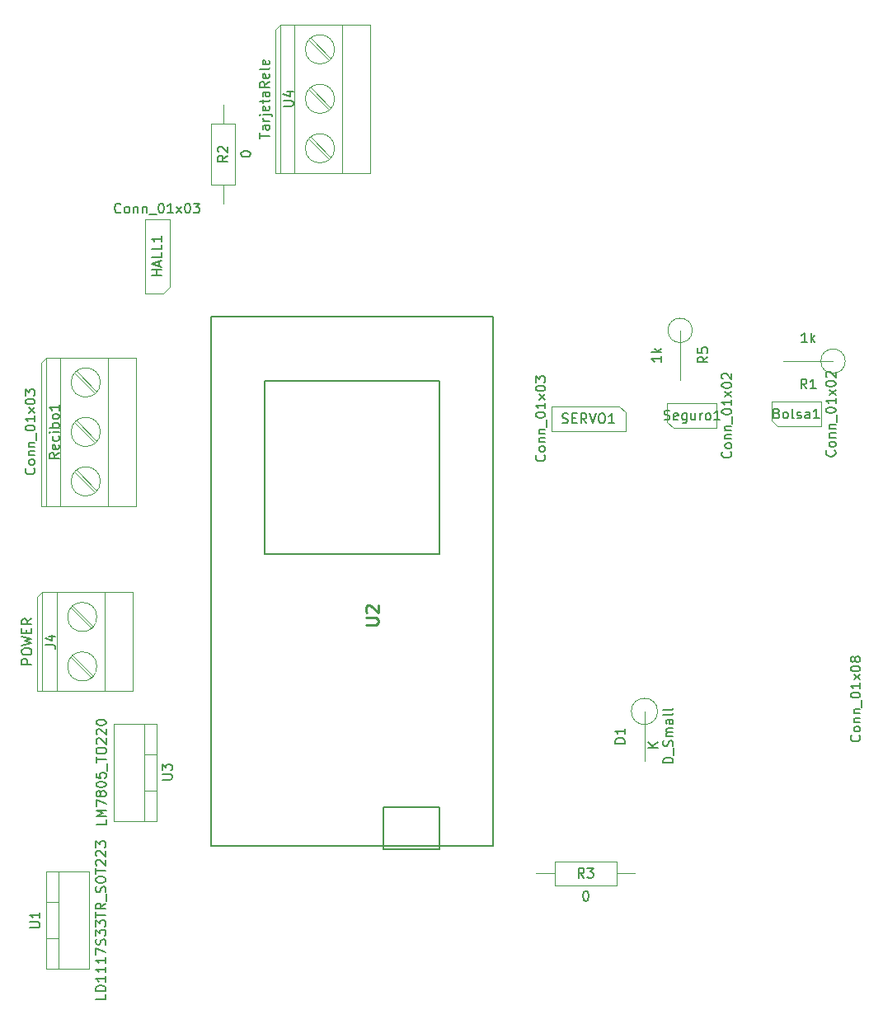
<source format=gbr>
%TF.GenerationSoftware,KiCad,Pcbnew,(5.1.12)-1*%
%TF.CreationDate,2023-11-22T13:00:46-05:00*%
%TF.ProjectId,Logiplant,4c6f6769-706c-4616-9e74-2e6b69636164,rev?*%
%TF.SameCoordinates,Original*%
%TF.FileFunction,AssemblyDrawing,Top*%
%FSLAX46Y46*%
G04 Gerber Fmt 4.6, Leading zero omitted, Abs format (unit mm)*
G04 Created by KiCad (PCBNEW (5.1.12)-1) date 2023-11-22 13:00:46*
%MOMM*%
%LPD*%
G01*
G04 APERTURE LIST*
%ADD10C,0.100000*%
%ADD11C,0.200000*%
%ADD12C,0.150000*%
%ADD13C,0.254000*%
G04 APERTURE END LIST*
D10*
%TO.C,U4*%
X-100560000Y-95160000D02*
G75*
G03*
X-100560000Y-95160000I-1500000J0D01*
G01*
X-100560000Y-100240000D02*
G75*
G03*
X-100560000Y-100240000I-1500000J0D01*
G01*
X-100560000Y-105320000D02*
G75*
G03*
X-100560000Y-105320000I-1500000J0D01*
G01*
X-96860000Y-92620000D02*
X-96860000Y-107860000D01*
X-96860000Y-107860000D02*
X-106660000Y-107860000D01*
X-106660000Y-107860000D02*
X-106660000Y-93120000D01*
X-106660000Y-93120000D02*
X-106160000Y-92620000D01*
X-106160000Y-92620000D02*
X-96860000Y-92620000D01*
X-106160000Y-92620000D02*
X-106160000Y-107860000D01*
X-104660000Y-92620000D02*
X-104660000Y-107860000D01*
X-99760000Y-92620000D02*
X-99760000Y-107860000D01*
X-101105000Y-96298000D02*
X-103198000Y-94205000D01*
X-100922000Y-96115000D02*
X-103015000Y-94022000D01*
X-101105000Y-101378000D02*
X-103198000Y-99286000D01*
X-100922000Y-101195000D02*
X-103015000Y-99103000D01*
X-101105000Y-106458000D02*
X-103198000Y-104366000D01*
X-100922000Y-106275000D02*
X-103015000Y-104183000D01*
%TO.C,R3*%
X-77920000Y-178540000D02*
X-77920000Y-181040000D01*
X-77920000Y-181040000D02*
X-71620000Y-181040000D01*
X-71620000Y-181040000D02*
X-71620000Y-178540000D01*
X-71620000Y-178540000D02*
X-77920000Y-178540000D01*
X-79850000Y-179790000D02*
X-77920000Y-179790000D01*
X-69690000Y-179790000D02*
X-71620000Y-179790000D01*
%TO.C,R2*%
X-113250000Y-109060000D02*
X-110750000Y-109060000D01*
X-110750000Y-109060000D02*
X-110750000Y-102760000D01*
X-110750000Y-102760000D02*
X-113250000Y-102760000D01*
X-113250000Y-102760000D02*
X-113250000Y-109060000D01*
X-112000000Y-110990000D02*
X-112000000Y-109060000D01*
X-112000000Y-100830000D02*
X-112000000Y-102760000D01*
%TO.C,Recibo1*%
X-124610000Y-129370000D02*
G75*
G03*
X-124610000Y-129370000I-1500000J0D01*
G01*
X-124610000Y-134450000D02*
G75*
G03*
X-124610000Y-134450000I-1500000J0D01*
G01*
X-124610000Y-139530000D02*
G75*
G03*
X-124610000Y-139530000I-1500000J0D01*
G01*
X-120910000Y-126830000D02*
X-120910000Y-142070000D01*
X-120910000Y-142070000D02*
X-130710000Y-142070000D01*
X-130710000Y-142070000D02*
X-130710000Y-127330000D01*
X-130710000Y-127330000D02*
X-130210000Y-126830000D01*
X-130210000Y-126830000D02*
X-120910000Y-126830000D01*
X-130210000Y-126830000D02*
X-130210000Y-142070000D01*
X-128710000Y-126830000D02*
X-128710000Y-142070000D01*
X-123810000Y-126830000D02*
X-123810000Y-142070000D01*
X-125155000Y-130508000D02*
X-127248000Y-128415000D01*
X-124972000Y-130325000D02*
X-127065000Y-128232000D01*
X-125155000Y-135588000D02*
X-127248000Y-133496000D01*
X-124972000Y-135405000D02*
X-127065000Y-133313000D01*
X-125155000Y-140668000D02*
X-127248000Y-138576000D01*
X-124972000Y-140485000D02*
X-127065000Y-138393000D01*
%TO.C,U3*%
X-118830000Y-164400000D02*
X-123230000Y-164400000D01*
X-123230000Y-164400000D02*
X-123230000Y-174400000D01*
X-123230000Y-174400000D02*
X-118830000Y-174400000D01*
X-118830000Y-174400000D02*
X-118830000Y-164400000D01*
X-120100000Y-164400000D02*
X-120100000Y-174400000D01*
X-118830000Y-167550000D02*
X-120100000Y-167550000D01*
X-118830000Y-171250000D02*
X-120100000Y-171250000D01*
%TO.C,U1*%
X-130170000Y-189600000D02*
X-125770000Y-189600000D01*
X-125770000Y-189600000D02*
X-125770000Y-179600000D01*
X-125770000Y-179600000D02*
X-130170000Y-179600000D01*
X-130170000Y-179600000D02*
X-130170000Y-189600000D01*
X-128900000Y-189600000D02*
X-128900000Y-179600000D01*
X-130170000Y-186450000D02*
X-128900000Y-186450000D01*
X-130170000Y-182750000D02*
X-128900000Y-182750000D01*
%TO.C,R5*%
X-63820000Y-124020000D02*
G75*
G03*
X-63820000Y-124020000I-1250000J0D01*
G01*
X-65070000Y-124020000D02*
X-65070000Y-129100000D01*
%TO.C,R1*%
X-48120000Y-127180000D02*
G75*
G03*
X-48120000Y-127180000I-1250000J0D01*
G01*
X-49370000Y-127180000D02*
X-54450000Y-127180000D01*
D11*
%TO.C,U2*%
X-95561000Y-177280000D02*
X-89755000Y-177280000D01*
X-89755000Y-172958000D02*
X-89755000Y-177280000D01*
X-95561000Y-172958000D02*
X-89755000Y-172958000D01*
X-95561000Y-177280000D02*
X-95561000Y-172958000D01*
X-89760000Y-129180000D02*
X-107760000Y-129180000D01*
X-89760000Y-146960000D02*
X-89760000Y-129180000D01*
X-107760000Y-146960000D02*
X-89760000Y-146960000D01*
X-107760000Y-129180000D02*
X-107760000Y-146960000D01*
X-84260000Y-176970000D02*
X-113260000Y-176970000D01*
X-84260000Y-122580000D02*
X-84260000Y-176970000D01*
X-113260000Y-122580000D02*
X-84260000Y-122580000D01*
X-113260000Y-176970000D02*
X-113260000Y-122580000D01*
D10*
%TO.C,SERVO1*%
X-71315000Y-131830000D02*
X-70680000Y-132465000D01*
X-78300000Y-131830000D02*
X-71315000Y-131830000D01*
X-78300000Y-134370000D02*
X-78300000Y-131830000D01*
X-70680000Y-134370000D02*
X-78300000Y-134370000D01*
X-70680000Y-132465000D02*
X-70680000Y-134370000D01*
%TO.C,Seguro1*%
X-65745000Y-134040000D02*
X-66380000Y-133405000D01*
X-61300000Y-134040000D02*
X-65745000Y-134040000D01*
X-61300000Y-131500000D02*
X-61300000Y-134040000D01*
X-66380000Y-131500000D02*
X-61300000Y-131500000D01*
X-66380000Y-133405000D02*
X-66380000Y-131500000D01*
%TO.C,HALL1*%
X-117510000Y-119565000D02*
X-118145000Y-120200000D01*
X-117510000Y-112580000D02*
X-117510000Y-119565000D01*
X-120050000Y-112580000D02*
X-117510000Y-112580000D01*
X-120050000Y-120200000D02*
X-120050000Y-112580000D01*
X-118145000Y-120200000D02*
X-120050000Y-120200000D01*
%TO.C,Bolsa1*%
X-55055000Y-133880000D02*
X-55690000Y-133245000D01*
X-50610000Y-133880000D02*
X-55055000Y-133880000D01*
X-50610000Y-131340000D02*
X-50610000Y-133880000D01*
X-55690000Y-131340000D02*
X-50610000Y-131340000D01*
X-55690000Y-133245000D02*
X-55690000Y-131340000D01*
%TO.C,J4*%
X-125332000Y-159485000D02*
X-127425000Y-157393000D01*
X-125515000Y-159668000D02*
X-127608000Y-157576000D01*
X-125332000Y-154405000D02*
X-127425000Y-152312000D01*
X-125515000Y-154588000D02*
X-127608000Y-152495000D01*
X-124170000Y-150910000D02*
X-124170000Y-161070000D01*
X-129070000Y-150910000D02*
X-129070000Y-161070000D01*
X-130570000Y-150910000D02*
X-130570000Y-161070000D01*
X-130570000Y-150910000D02*
X-121270000Y-150910000D01*
X-131070000Y-151410000D02*
X-130570000Y-150910000D01*
X-131070000Y-161070000D02*
X-131070000Y-151410000D01*
X-121270000Y-161070000D02*
X-131070000Y-161070000D01*
X-121270000Y-150910000D02*
X-121270000Y-161070000D01*
X-124970000Y-158530000D02*
G75*
G03*
X-124970000Y-158530000I-1500000J0D01*
G01*
X-124970000Y-153450000D02*
G75*
G03*
X-124970000Y-153450000I-1500000J0D01*
G01*
%TO.C,D1*%
X-68730000Y-168230000D02*
X-68730000Y-163150000D01*
X-67380000Y-163150000D02*
G75*
G03*
X-67380000Y-163150000I-1350000J0D01*
G01*
%TD*%
%TO.C,U4*%
D12*
X-108267619Y-104311428D02*
X-108267619Y-103740000D01*
X-107267619Y-104025714D02*
X-108267619Y-104025714D01*
X-107267619Y-102978095D02*
X-107791428Y-102978095D01*
X-107886666Y-103025714D01*
X-107934285Y-103120952D01*
X-107934285Y-103311428D01*
X-107886666Y-103406666D01*
X-107315238Y-102978095D02*
X-107267619Y-103073333D01*
X-107267619Y-103311428D01*
X-107315238Y-103406666D01*
X-107410476Y-103454285D01*
X-107505714Y-103454285D01*
X-107600952Y-103406666D01*
X-107648571Y-103311428D01*
X-107648571Y-103073333D01*
X-107696190Y-102978095D01*
X-107267619Y-102501904D02*
X-107934285Y-102501904D01*
X-107743809Y-102501904D02*
X-107839047Y-102454285D01*
X-107886666Y-102406666D01*
X-107934285Y-102311428D01*
X-107934285Y-102216190D01*
X-107934285Y-101882857D02*
X-107077142Y-101882857D01*
X-106981904Y-101930476D01*
X-106934285Y-102025714D01*
X-106934285Y-102073333D01*
X-108267619Y-101882857D02*
X-108220000Y-101930476D01*
X-108172380Y-101882857D01*
X-108220000Y-101835238D01*
X-108267619Y-101882857D01*
X-108172380Y-101882857D01*
X-107315238Y-101025714D02*
X-107267619Y-101120952D01*
X-107267619Y-101311428D01*
X-107315238Y-101406666D01*
X-107410476Y-101454285D01*
X-107791428Y-101454285D01*
X-107886666Y-101406666D01*
X-107934285Y-101311428D01*
X-107934285Y-101120952D01*
X-107886666Y-101025714D01*
X-107791428Y-100978095D01*
X-107696190Y-100978095D01*
X-107600952Y-101454285D01*
X-107934285Y-100692380D02*
X-107934285Y-100311428D01*
X-108267619Y-100549523D02*
X-107410476Y-100549523D01*
X-107315238Y-100501904D01*
X-107267619Y-100406666D01*
X-107267619Y-100311428D01*
X-107267619Y-99549523D02*
X-107791428Y-99549523D01*
X-107886666Y-99597142D01*
X-107934285Y-99692380D01*
X-107934285Y-99882857D01*
X-107886666Y-99978095D01*
X-107315238Y-99549523D02*
X-107267619Y-99644761D01*
X-107267619Y-99882857D01*
X-107315238Y-99978095D01*
X-107410476Y-100025714D01*
X-107505714Y-100025714D01*
X-107600952Y-99978095D01*
X-107648571Y-99882857D01*
X-107648571Y-99644761D01*
X-107696190Y-99549523D01*
X-107267619Y-98501904D02*
X-107743809Y-98835238D01*
X-107267619Y-99073333D02*
X-108267619Y-99073333D01*
X-108267619Y-98692380D01*
X-108220000Y-98597142D01*
X-108172380Y-98549523D01*
X-108077142Y-98501904D01*
X-107934285Y-98501904D01*
X-107839047Y-98549523D01*
X-107791428Y-98597142D01*
X-107743809Y-98692380D01*
X-107743809Y-99073333D01*
X-107315238Y-97692380D02*
X-107267619Y-97787619D01*
X-107267619Y-97978095D01*
X-107315238Y-98073333D01*
X-107410476Y-98120952D01*
X-107791428Y-98120952D01*
X-107886666Y-98073333D01*
X-107934285Y-97978095D01*
X-107934285Y-97787619D01*
X-107886666Y-97692380D01*
X-107791428Y-97644761D01*
X-107696190Y-97644761D01*
X-107600952Y-98120952D01*
X-107267619Y-97073333D02*
X-107315238Y-97168571D01*
X-107410476Y-97216190D01*
X-108267619Y-97216190D01*
X-107315238Y-96311428D02*
X-107267619Y-96406666D01*
X-107267619Y-96597142D01*
X-107315238Y-96692380D01*
X-107410476Y-96740000D01*
X-107791428Y-96740000D01*
X-107886666Y-96692380D01*
X-107934285Y-96597142D01*
X-107934285Y-96406666D01*
X-107886666Y-96311428D01*
X-107791428Y-96263809D01*
X-107696190Y-96263809D01*
X-107600952Y-96740000D01*
X-105807619Y-101001904D02*
X-104998095Y-101001904D01*
X-104902857Y-100954285D01*
X-104855238Y-100906666D01*
X-104807619Y-100811428D01*
X-104807619Y-100620952D01*
X-104855238Y-100525714D01*
X-104902857Y-100478095D01*
X-104998095Y-100430476D01*
X-105807619Y-100430476D01*
X-105474285Y-99525714D02*
X-104807619Y-99525714D01*
X-105855238Y-99763809D02*
X-105140952Y-100001904D01*
X-105140952Y-99382857D01*
%TO.C,R3*%
X-74817619Y-181612380D02*
X-74722380Y-181612380D01*
X-74627142Y-181660000D01*
X-74579523Y-181707619D01*
X-74531904Y-181802857D01*
X-74484285Y-181993333D01*
X-74484285Y-182231428D01*
X-74531904Y-182421904D01*
X-74579523Y-182517142D01*
X-74627142Y-182564761D01*
X-74722380Y-182612380D01*
X-74817619Y-182612380D01*
X-74912857Y-182564761D01*
X-74960476Y-182517142D01*
X-75008095Y-182421904D01*
X-75055714Y-182231428D01*
X-75055714Y-181993333D01*
X-75008095Y-181802857D01*
X-74960476Y-181707619D01*
X-74912857Y-181660000D01*
X-74817619Y-181612380D01*
X-74936666Y-180242380D02*
X-75270000Y-179766190D01*
X-75508095Y-180242380D02*
X-75508095Y-179242380D01*
X-75127142Y-179242380D01*
X-75031904Y-179290000D01*
X-74984285Y-179337619D01*
X-74936666Y-179432857D01*
X-74936666Y-179575714D01*
X-74984285Y-179670952D01*
X-75031904Y-179718571D01*
X-75127142Y-179766190D01*
X-75508095Y-179766190D01*
X-74603333Y-179242380D02*
X-73984285Y-179242380D01*
X-74317619Y-179623333D01*
X-74174761Y-179623333D01*
X-74079523Y-179670952D01*
X-74031904Y-179718571D01*
X-73984285Y-179813809D01*
X-73984285Y-180051904D01*
X-74031904Y-180147142D01*
X-74079523Y-180194761D01*
X-74174761Y-180242380D01*
X-74460476Y-180242380D01*
X-74555714Y-180194761D01*
X-74603333Y-180147142D01*
%TO.C,R2*%
X-110177619Y-105957619D02*
X-110177619Y-105862380D01*
X-110130000Y-105767142D01*
X-110082380Y-105719523D01*
X-109987142Y-105671904D01*
X-109796666Y-105624285D01*
X-109558571Y-105624285D01*
X-109368095Y-105671904D01*
X-109272857Y-105719523D01*
X-109225238Y-105767142D01*
X-109177619Y-105862380D01*
X-109177619Y-105957619D01*
X-109225238Y-106052857D01*
X-109272857Y-106100476D01*
X-109368095Y-106148095D01*
X-109558571Y-106195714D01*
X-109796666Y-106195714D01*
X-109987142Y-106148095D01*
X-110082380Y-106100476D01*
X-110130000Y-106052857D01*
X-110177619Y-105957619D01*
X-111547619Y-106076666D02*
X-112023809Y-106410000D01*
X-111547619Y-106648095D02*
X-112547619Y-106648095D01*
X-112547619Y-106267142D01*
X-112500000Y-106171904D01*
X-112452380Y-106124285D01*
X-112357142Y-106076666D01*
X-112214285Y-106076666D01*
X-112119047Y-106124285D01*
X-112071428Y-106171904D01*
X-112023809Y-106267142D01*
X-112023809Y-106648095D01*
X-112452380Y-105695714D02*
X-112500000Y-105648095D01*
X-112547619Y-105552857D01*
X-112547619Y-105314761D01*
X-112500000Y-105219523D01*
X-112452380Y-105171904D01*
X-112357142Y-105124285D01*
X-112261904Y-105124285D01*
X-112119047Y-105171904D01*
X-111547619Y-105743333D01*
X-111547619Y-105124285D01*
%TO.C,Recibo1*%
X-131412857Y-138188095D02*
X-131365238Y-138235714D01*
X-131317619Y-138378571D01*
X-131317619Y-138473809D01*
X-131365238Y-138616666D01*
X-131460476Y-138711904D01*
X-131555714Y-138759523D01*
X-131746190Y-138807142D01*
X-131889047Y-138807142D01*
X-132079523Y-138759523D01*
X-132174761Y-138711904D01*
X-132270000Y-138616666D01*
X-132317619Y-138473809D01*
X-132317619Y-138378571D01*
X-132270000Y-138235714D01*
X-132222380Y-138188095D01*
X-131317619Y-137616666D02*
X-131365238Y-137711904D01*
X-131412857Y-137759523D01*
X-131508095Y-137807142D01*
X-131793809Y-137807142D01*
X-131889047Y-137759523D01*
X-131936666Y-137711904D01*
X-131984285Y-137616666D01*
X-131984285Y-137473809D01*
X-131936666Y-137378571D01*
X-131889047Y-137330952D01*
X-131793809Y-137283333D01*
X-131508095Y-137283333D01*
X-131412857Y-137330952D01*
X-131365238Y-137378571D01*
X-131317619Y-137473809D01*
X-131317619Y-137616666D01*
X-131984285Y-136854761D02*
X-131317619Y-136854761D01*
X-131889047Y-136854761D02*
X-131936666Y-136807142D01*
X-131984285Y-136711904D01*
X-131984285Y-136569047D01*
X-131936666Y-136473809D01*
X-131841428Y-136426190D01*
X-131317619Y-136426190D01*
X-131984285Y-135950000D02*
X-131317619Y-135950000D01*
X-131889047Y-135950000D02*
X-131936666Y-135902380D01*
X-131984285Y-135807142D01*
X-131984285Y-135664285D01*
X-131936666Y-135569047D01*
X-131841428Y-135521428D01*
X-131317619Y-135521428D01*
X-131222380Y-135283333D02*
X-131222380Y-134521428D01*
X-132317619Y-134092857D02*
X-132317619Y-133997619D01*
X-132270000Y-133902380D01*
X-132222380Y-133854761D01*
X-132127142Y-133807142D01*
X-131936666Y-133759523D01*
X-131698571Y-133759523D01*
X-131508095Y-133807142D01*
X-131412857Y-133854761D01*
X-131365238Y-133902380D01*
X-131317619Y-133997619D01*
X-131317619Y-134092857D01*
X-131365238Y-134188095D01*
X-131412857Y-134235714D01*
X-131508095Y-134283333D01*
X-131698571Y-134330952D01*
X-131936666Y-134330952D01*
X-132127142Y-134283333D01*
X-132222380Y-134235714D01*
X-132270000Y-134188095D01*
X-132317619Y-134092857D01*
X-131317619Y-132807142D02*
X-131317619Y-133378571D01*
X-131317619Y-133092857D02*
X-132317619Y-133092857D01*
X-132174761Y-133188095D01*
X-132079523Y-133283333D01*
X-132031904Y-133378571D01*
X-131317619Y-132473809D02*
X-131984285Y-131950000D01*
X-131984285Y-132473809D02*
X-131317619Y-131950000D01*
X-132317619Y-131378571D02*
X-132317619Y-131283333D01*
X-132270000Y-131188095D01*
X-132222380Y-131140476D01*
X-132127142Y-131092857D01*
X-131936666Y-131045238D01*
X-131698571Y-131045238D01*
X-131508095Y-131092857D01*
X-131412857Y-131140476D01*
X-131365238Y-131188095D01*
X-131317619Y-131283333D01*
X-131317619Y-131378571D01*
X-131365238Y-131473809D01*
X-131412857Y-131521428D01*
X-131508095Y-131569047D01*
X-131698571Y-131616666D01*
X-131936666Y-131616666D01*
X-132127142Y-131569047D01*
X-132222380Y-131521428D01*
X-132270000Y-131473809D01*
X-132317619Y-131378571D01*
X-132317619Y-130711904D02*
X-132317619Y-130092857D01*
X-131936666Y-130426190D01*
X-131936666Y-130283333D01*
X-131889047Y-130188095D01*
X-131841428Y-130140476D01*
X-131746190Y-130092857D01*
X-131508095Y-130092857D01*
X-131412857Y-130140476D01*
X-131365238Y-130188095D01*
X-131317619Y-130283333D01*
X-131317619Y-130569047D01*
X-131365238Y-130664285D01*
X-131412857Y-130711904D01*
X-128857619Y-136616666D02*
X-129333809Y-136950000D01*
X-128857619Y-137188095D02*
X-129857619Y-137188095D01*
X-129857619Y-136807142D01*
X-129810000Y-136711904D01*
X-129762380Y-136664285D01*
X-129667142Y-136616666D01*
X-129524285Y-136616666D01*
X-129429047Y-136664285D01*
X-129381428Y-136711904D01*
X-129333809Y-136807142D01*
X-129333809Y-137188095D01*
X-128905238Y-135807142D02*
X-128857619Y-135902380D01*
X-128857619Y-136092857D01*
X-128905238Y-136188095D01*
X-129000476Y-136235714D01*
X-129381428Y-136235714D01*
X-129476666Y-136188095D01*
X-129524285Y-136092857D01*
X-129524285Y-135902380D01*
X-129476666Y-135807142D01*
X-129381428Y-135759523D01*
X-129286190Y-135759523D01*
X-129190952Y-136235714D01*
X-128905238Y-134902380D02*
X-128857619Y-134997619D01*
X-128857619Y-135188095D01*
X-128905238Y-135283333D01*
X-128952857Y-135330952D01*
X-129048095Y-135378571D01*
X-129333809Y-135378571D01*
X-129429047Y-135330952D01*
X-129476666Y-135283333D01*
X-129524285Y-135188095D01*
X-129524285Y-134997619D01*
X-129476666Y-134902380D01*
X-128857619Y-134473809D02*
X-129524285Y-134473809D01*
X-129857619Y-134473809D02*
X-129810000Y-134521428D01*
X-129762380Y-134473809D01*
X-129810000Y-134426190D01*
X-129857619Y-134473809D01*
X-129762380Y-134473809D01*
X-128857619Y-133997619D02*
X-129857619Y-133997619D01*
X-129476666Y-133997619D02*
X-129524285Y-133902380D01*
X-129524285Y-133711904D01*
X-129476666Y-133616666D01*
X-129429047Y-133569047D01*
X-129333809Y-133521428D01*
X-129048095Y-133521428D01*
X-128952857Y-133569047D01*
X-128905238Y-133616666D01*
X-128857619Y-133711904D01*
X-128857619Y-133902380D01*
X-128905238Y-133997619D01*
X-128857619Y-132950000D02*
X-128905238Y-133045238D01*
X-128952857Y-133092857D01*
X-129048095Y-133140476D01*
X-129333809Y-133140476D01*
X-129429047Y-133092857D01*
X-129476666Y-133045238D01*
X-129524285Y-132950000D01*
X-129524285Y-132807142D01*
X-129476666Y-132711904D01*
X-129429047Y-132664285D01*
X-129333809Y-132616666D01*
X-129048095Y-132616666D01*
X-128952857Y-132664285D01*
X-128905238Y-132711904D01*
X-128857619Y-132807142D01*
X-128857619Y-132950000D01*
X-128857619Y-131664285D02*
X-128857619Y-132235714D01*
X-128857619Y-131950000D02*
X-129857619Y-131950000D01*
X-129714761Y-132045238D01*
X-129619523Y-132140476D01*
X-129571904Y-132235714D01*
%TO.C,U3*%
X-124027619Y-174280952D02*
X-124027619Y-174757142D01*
X-125027619Y-174757142D01*
X-124027619Y-173947619D02*
X-125027619Y-173947619D01*
X-124313333Y-173614285D01*
X-125027619Y-173280952D01*
X-124027619Y-173280952D01*
X-125027619Y-172900000D02*
X-125027619Y-172233333D01*
X-124027619Y-172661904D01*
X-124599047Y-171709523D02*
X-124646666Y-171804761D01*
X-124694285Y-171852380D01*
X-124789523Y-171900000D01*
X-124837142Y-171900000D01*
X-124932380Y-171852380D01*
X-124980000Y-171804761D01*
X-125027619Y-171709523D01*
X-125027619Y-171519047D01*
X-124980000Y-171423809D01*
X-124932380Y-171376190D01*
X-124837142Y-171328571D01*
X-124789523Y-171328571D01*
X-124694285Y-171376190D01*
X-124646666Y-171423809D01*
X-124599047Y-171519047D01*
X-124599047Y-171709523D01*
X-124551428Y-171804761D01*
X-124503809Y-171852380D01*
X-124408571Y-171900000D01*
X-124218095Y-171900000D01*
X-124122857Y-171852380D01*
X-124075238Y-171804761D01*
X-124027619Y-171709523D01*
X-124027619Y-171519047D01*
X-124075238Y-171423809D01*
X-124122857Y-171376190D01*
X-124218095Y-171328571D01*
X-124408571Y-171328571D01*
X-124503809Y-171376190D01*
X-124551428Y-171423809D01*
X-124599047Y-171519047D01*
X-125027619Y-170709523D02*
X-125027619Y-170614285D01*
X-124980000Y-170519047D01*
X-124932380Y-170471428D01*
X-124837142Y-170423809D01*
X-124646666Y-170376190D01*
X-124408571Y-170376190D01*
X-124218095Y-170423809D01*
X-124122857Y-170471428D01*
X-124075238Y-170519047D01*
X-124027619Y-170614285D01*
X-124027619Y-170709523D01*
X-124075238Y-170804761D01*
X-124122857Y-170852380D01*
X-124218095Y-170900000D01*
X-124408571Y-170947619D01*
X-124646666Y-170947619D01*
X-124837142Y-170900000D01*
X-124932380Y-170852380D01*
X-124980000Y-170804761D01*
X-125027619Y-170709523D01*
X-125027619Y-169471428D02*
X-125027619Y-169947619D01*
X-124551428Y-169995238D01*
X-124599047Y-169947619D01*
X-124646666Y-169852380D01*
X-124646666Y-169614285D01*
X-124599047Y-169519047D01*
X-124551428Y-169471428D01*
X-124456190Y-169423809D01*
X-124218095Y-169423809D01*
X-124122857Y-169471428D01*
X-124075238Y-169519047D01*
X-124027619Y-169614285D01*
X-124027619Y-169852380D01*
X-124075238Y-169947619D01*
X-124122857Y-169995238D01*
X-123932380Y-169233333D02*
X-123932380Y-168471428D01*
X-125027619Y-168376190D02*
X-125027619Y-167804761D01*
X-124027619Y-168090476D02*
X-125027619Y-168090476D01*
X-125027619Y-167280952D02*
X-125027619Y-167090476D01*
X-124980000Y-166995238D01*
X-124884761Y-166900000D01*
X-124694285Y-166852380D01*
X-124360952Y-166852380D01*
X-124170476Y-166900000D01*
X-124075238Y-166995238D01*
X-124027619Y-167090476D01*
X-124027619Y-167280952D01*
X-124075238Y-167376190D01*
X-124170476Y-167471428D01*
X-124360952Y-167519047D01*
X-124694285Y-167519047D01*
X-124884761Y-167471428D01*
X-124980000Y-167376190D01*
X-125027619Y-167280952D01*
X-124932380Y-166471428D02*
X-124980000Y-166423809D01*
X-125027619Y-166328571D01*
X-125027619Y-166090476D01*
X-124980000Y-165995238D01*
X-124932380Y-165947619D01*
X-124837142Y-165900000D01*
X-124741904Y-165900000D01*
X-124599047Y-165947619D01*
X-124027619Y-166519047D01*
X-124027619Y-165900000D01*
X-124932380Y-165519047D02*
X-124980000Y-165471428D01*
X-125027619Y-165376190D01*
X-125027619Y-165138095D01*
X-124980000Y-165042857D01*
X-124932380Y-164995238D01*
X-124837142Y-164947619D01*
X-124741904Y-164947619D01*
X-124599047Y-164995238D01*
X-124027619Y-165566666D01*
X-124027619Y-164947619D01*
X-125027619Y-164328571D02*
X-125027619Y-164233333D01*
X-124980000Y-164138095D01*
X-124932380Y-164090476D01*
X-124837142Y-164042857D01*
X-124646666Y-163995238D01*
X-124408571Y-163995238D01*
X-124218095Y-164042857D01*
X-124122857Y-164090476D01*
X-124075238Y-164138095D01*
X-124027619Y-164233333D01*
X-124027619Y-164328571D01*
X-124075238Y-164423809D01*
X-124122857Y-164471428D01*
X-124218095Y-164519047D01*
X-124408571Y-164566666D01*
X-124646666Y-164566666D01*
X-124837142Y-164519047D01*
X-124932380Y-164471428D01*
X-124980000Y-164423809D01*
X-125027619Y-164328571D01*
X-118257619Y-170161904D02*
X-117448095Y-170161904D01*
X-117352857Y-170114285D01*
X-117305238Y-170066666D01*
X-117257619Y-169971428D01*
X-117257619Y-169780952D01*
X-117305238Y-169685714D01*
X-117352857Y-169638095D01*
X-117448095Y-169590476D01*
X-118257619Y-169590476D01*
X-118257619Y-169209523D02*
X-118257619Y-168590476D01*
X-117876666Y-168923809D01*
X-117876666Y-168780952D01*
X-117829047Y-168685714D01*
X-117781428Y-168638095D01*
X-117686190Y-168590476D01*
X-117448095Y-168590476D01*
X-117352857Y-168638095D01*
X-117305238Y-168685714D01*
X-117257619Y-168780952D01*
X-117257619Y-169066666D01*
X-117305238Y-169161904D01*
X-117352857Y-169209523D01*
%TO.C,U1*%
X-124067619Y-192195238D02*
X-124067619Y-192671428D01*
X-125067619Y-192671428D01*
X-124067619Y-191861904D02*
X-125067619Y-191861904D01*
X-125067619Y-191623809D01*
X-125020000Y-191480952D01*
X-124924761Y-191385714D01*
X-124829523Y-191338095D01*
X-124639047Y-191290476D01*
X-124496190Y-191290476D01*
X-124305714Y-191338095D01*
X-124210476Y-191385714D01*
X-124115238Y-191480952D01*
X-124067619Y-191623809D01*
X-124067619Y-191861904D01*
X-124067619Y-190338095D02*
X-124067619Y-190909523D01*
X-124067619Y-190623809D02*
X-125067619Y-190623809D01*
X-124924761Y-190719047D01*
X-124829523Y-190814285D01*
X-124781904Y-190909523D01*
X-124067619Y-189385714D02*
X-124067619Y-189957142D01*
X-124067619Y-189671428D02*
X-125067619Y-189671428D01*
X-124924761Y-189766666D01*
X-124829523Y-189861904D01*
X-124781904Y-189957142D01*
X-124067619Y-188433333D02*
X-124067619Y-189004761D01*
X-124067619Y-188719047D02*
X-125067619Y-188719047D01*
X-124924761Y-188814285D01*
X-124829523Y-188909523D01*
X-124781904Y-189004761D01*
X-125067619Y-188100000D02*
X-125067619Y-187433333D01*
X-124067619Y-187861904D01*
X-124115238Y-187100000D02*
X-124067619Y-186957142D01*
X-124067619Y-186719047D01*
X-124115238Y-186623809D01*
X-124162857Y-186576190D01*
X-124258095Y-186528571D01*
X-124353333Y-186528571D01*
X-124448571Y-186576190D01*
X-124496190Y-186623809D01*
X-124543809Y-186719047D01*
X-124591428Y-186909523D01*
X-124639047Y-187004761D01*
X-124686666Y-187052380D01*
X-124781904Y-187100000D01*
X-124877142Y-187100000D01*
X-124972380Y-187052380D01*
X-125020000Y-187004761D01*
X-125067619Y-186909523D01*
X-125067619Y-186671428D01*
X-125020000Y-186528571D01*
X-125067619Y-186195238D02*
X-125067619Y-185576190D01*
X-124686666Y-185909523D01*
X-124686666Y-185766666D01*
X-124639047Y-185671428D01*
X-124591428Y-185623809D01*
X-124496190Y-185576190D01*
X-124258095Y-185576190D01*
X-124162857Y-185623809D01*
X-124115238Y-185671428D01*
X-124067619Y-185766666D01*
X-124067619Y-186052380D01*
X-124115238Y-186147619D01*
X-124162857Y-186195238D01*
X-125067619Y-185242857D02*
X-125067619Y-184623809D01*
X-124686666Y-184957142D01*
X-124686666Y-184814285D01*
X-124639047Y-184719047D01*
X-124591428Y-184671428D01*
X-124496190Y-184623809D01*
X-124258095Y-184623809D01*
X-124162857Y-184671428D01*
X-124115238Y-184719047D01*
X-124067619Y-184814285D01*
X-124067619Y-185100000D01*
X-124115238Y-185195238D01*
X-124162857Y-185242857D01*
X-125067619Y-184338095D02*
X-125067619Y-183766666D01*
X-124067619Y-184052380D02*
X-125067619Y-184052380D01*
X-124067619Y-182861904D02*
X-124543809Y-183195238D01*
X-124067619Y-183433333D02*
X-125067619Y-183433333D01*
X-125067619Y-183052380D01*
X-125020000Y-182957142D01*
X-124972380Y-182909523D01*
X-124877142Y-182861904D01*
X-124734285Y-182861904D01*
X-124639047Y-182909523D01*
X-124591428Y-182957142D01*
X-124543809Y-183052380D01*
X-124543809Y-183433333D01*
X-123972380Y-182671428D02*
X-123972380Y-181909523D01*
X-124115238Y-181719047D02*
X-124067619Y-181576190D01*
X-124067619Y-181338095D01*
X-124115238Y-181242857D01*
X-124162857Y-181195238D01*
X-124258095Y-181147619D01*
X-124353333Y-181147619D01*
X-124448571Y-181195238D01*
X-124496190Y-181242857D01*
X-124543809Y-181338095D01*
X-124591428Y-181528571D01*
X-124639047Y-181623809D01*
X-124686666Y-181671428D01*
X-124781904Y-181719047D01*
X-124877142Y-181719047D01*
X-124972380Y-181671428D01*
X-125020000Y-181623809D01*
X-125067619Y-181528571D01*
X-125067619Y-181290476D01*
X-125020000Y-181147619D01*
X-125067619Y-180528571D02*
X-125067619Y-180338095D01*
X-125020000Y-180242857D01*
X-124924761Y-180147619D01*
X-124734285Y-180100000D01*
X-124400952Y-180100000D01*
X-124210476Y-180147619D01*
X-124115238Y-180242857D01*
X-124067619Y-180338095D01*
X-124067619Y-180528571D01*
X-124115238Y-180623809D01*
X-124210476Y-180719047D01*
X-124400952Y-180766666D01*
X-124734285Y-180766666D01*
X-124924761Y-180719047D01*
X-125020000Y-180623809D01*
X-125067619Y-180528571D01*
X-125067619Y-179814285D02*
X-125067619Y-179242857D01*
X-124067619Y-179528571D02*
X-125067619Y-179528571D01*
X-124972380Y-178957142D02*
X-125020000Y-178909523D01*
X-125067619Y-178814285D01*
X-125067619Y-178576190D01*
X-125020000Y-178480952D01*
X-124972380Y-178433333D01*
X-124877142Y-178385714D01*
X-124781904Y-178385714D01*
X-124639047Y-178433333D01*
X-124067619Y-179004761D01*
X-124067619Y-178385714D01*
X-124972380Y-178004761D02*
X-125020000Y-177957142D01*
X-125067619Y-177861904D01*
X-125067619Y-177623809D01*
X-125020000Y-177528571D01*
X-124972380Y-177480952D01*
X-124877142Y-177433333D01*
X-124781904Y-177433333D01*
X-124639047Y-177480952D01*
X-124067619Y-178052380D01*
X-124067619Y-177433333D01*
X-125067619Y-177100000D02*
X-125067619Y-176480952D01*
X-124686666Y-176814285D01*
X-124686666Y-176671428D01*
X-124639047Y-176576190D01*
X-124591428Y-176528571D01*
X-124496190Y-176480952D01*
X-124258095Y-176480952D01*
X-124162857Y-176528571D01*
X-124115238Y-176576190D01*
X-124067619Y-176671428D01*
X-124067619Y-176957142D01*
X-124115238Y-177052380D01*
X-124162857Y-177100000D01*
X-131837619Y-185361904D02*
X-131028095Y-185361904D01*
X-130932857Y-185314285D01*
X-130885238Y-185266666D01*
X-130837619Y-185171428D01*
X-130837619Y-184980952D01*
X-130885238Y-184885714D01*
X-130932857Y-184838095D01*
X-131028095Y-184790476D01*
X-131837619Y-184790476D01*
X-130837619Y-183790476D02*
X-130837619Y-184361904D01*
X-130837619Y-184076190D02*
X-131837619Y-184076190D01*
X-131694761Y-184171428D01*
X-131599523Y-184266666D01*
X-131551904Y-184361904D01*
%TO.C,OLED1*%
X-46662857Y-165608095D02*
X-46615238Y-165655714D01*
X-46567619Y-165798571D01*
X-46567619Y-165893809D01*
X-46615238Y-166036666D01*
X-46710476Y-166131904D01*
X-46805714Y-166179523D01*
X-46996190Y-166227142D01*
X-47139047Y-166227142D01*
X-47329523Y-166179523D01*
X-47424761Y-166131904D01*
X-47520000Y-166036666D01*
X-47567619Y-165893809D01*
X-47567619Y-165798571D01*
X-47520000Y-165655714D01*
X-47472380Y-165608095D01*
X-46567619Y-165036666D02*
X-46615238Y-165131904D01*
X-46662857Y-165179523D01*
X-46758095Y-165227142D01*
X-47043809Y-165227142D01*
X-47139047Y-165179523D01*
X-47186666Y-165131904D01*
X-47234285Y-165036666D01*
X-47234285Y-164893809D01*
X-47186666Y-164798571D01*
X-47139047Y-164750952D01*
X-47043809Y-164703333D01*
X-46758095Y-164703333D01*
X-46662857Y-164750952D01*
X-46615238Y-164798571D01*
X-46567619Y-164893809D01*
X-46567619Y-165036666D01*
X-47234285Y-164274761D02*
X-46567619Y-164274761D01*
X-47139047Y-164274761D02*
X-47186666Y-164227142D01*
X-47234285Y-164131904D01*
X-47234285Y-163989047D01*
X-47186666Y-163893809D01*
X-47091428Y-163846190D01*
X-46567619Y-163846190D01*
X-47234285Y-163370000D02*
X-46567619Y-163370000D01*
X-47139047Y-163370000D02*
X-47186666Y-163322380D01*
X-47234285Y-163227142D01*
X-47234285Y-163084285D01*
X-47186666Y-162989047D01*
X-47091428Y-162941428D01*
X-46567619Y-162941428D01*
X-46472380Y-162703333D02*
X-46472380Y-161941428D01*
X-47567619Y-161512857D02*
X-47567619Y-161417619D01*
X-47520000Y-161322380D01*
X-47472380Y-161274761D01*
X-47377142Y-161227142D01*
X-47186666Y-161179523D01*
X-46948571Y-161179523D01*
X-46758095Y-161227142D01*
X-46662857Y-161274761D01*
X-46615238Y-161322380D01*
X-46567619Y-161417619D01*
X-46567619Y-161512857D01*
X-46615238Y-161608095D01*
X-46662857Y-161655714D01*
X-46758095Y-161703333D01*
X-46948571Y-161750952D01*
X-47186666Y-161750952D01*
X-47377142Y-161703333D01*
X-47472380Y-161655714D01*
X-47520000Y-161608095D01*
X-47567619Y-161512857D01*
X-46567619Y-160227142D02*
X-46567619Y-160798571D01*
X-46567619Y-160512857D02*
X-47567619Y-160512857D01*
X-47424761Y-160608095D01*
X-47329523Y-160703333D01*
X-47281904Y-160798571D01*
X-46567619Y-159893809D02*
X-47234285Y-159370000D01*
X-47234285Y-159893809D02*
X-46567619Y-159370000D01*
X-47567619Y-158798571D02*
X-47567619Y-158703333D01*
X-47520000Y-158608095D01*
X-47472380Y-158560476D01*
X-47377142Y-158512857D01*
X-47186666Y-158465238D01*
X-46948571Y-158465238D01*
X-46758095Y-158512857D01*
X-46662857Y-158560476D01*
X-46615238Y-158608095D01*
X-46567619Y-158703333D01*
X-46567619Y-158798571D01*
X-46615238Y-158893809D01*
X-46662857Y-158941428D01*
X-46758095Y-158989047D01*
X-46948571Y-159036666D01*
X-47186666Y-159036666D01*
X-47377142Y-158989047D01*
X-47472380Y-158941428D01*
X-47520000Y-158893809D01*
X-47567619Y-158798571D01*
X-47139047Y-157893809D02*
X-47186666Y-157989047D01*
X-47234285Y-158036666D01*
X-47329523Y-158084285D01*
X-47377142Y-158084285D01*
X-47472380Y-158036666D01*
X-47520000Y-157989047D01*
X-47567619Y-157893809D01*
X-47567619Y-157703333D01*
X-47520000Y-157608095D01*
X-47472380Y-157560476D01*
X-47377142Y-157512857D01*
X-47329523Y-157512857D01*
X-47234285Y-157560476D01*
X-47186666Y-157608095D01*
X-47139047Y-157703333D01*
X-47139047Y-157893809D01*
X-47091428Y-157989047D01*
X-47043809Y-158036666D01*
X-46948571Y-158084285D01*
X-46758095Y-158084285D01*
X-46662857Y-158036666D01*
X-46615238Y-157989047D01*
X-46567619Y-157893809D01*
X-46567619Y-157703333D01*
X-46615238Y-157608095D01*
X-46662857Y-157560476D01*
X-46758095Y-157512857D01*
X-46948571Y-157512857D01*
X-47043809Y-157560476D01*
X-47091428Y-157608095D01*
X-47139047Y-157703333D01*
%TO.C,R5*%
X-66987619Y-126679047D02*
X-66987619Y-127250476D01*
X-66987619Y-126964761D02*
X-67987619Y-126964761D01*
X-67844761Y-127060000D01*
X-67749523Y-127155238D01*
X-67701904Y-127250476D01*
X-66987619Y-126250476D02*
X-67987619Y-126250476D01*
X-67368571Y-126155238D02*
X-66987619Y-125869523D01*
X-67654285Y-125869523D02*
X-67273333Y-126250476D01*
X-62247619Y-126726666D02*
X-62723809Y-127060000D01*
X-62247619Y-127298095D02*
X-63247619Y-127298095D01*
X-63247619Y-126917142D01*
X-63200000Y-126821904D01*
X-63152380Y-126774285D01*
X-63057142Y-126726666D01*
X-62914285Y-126726666D01*
X-62819047Y-126774285D01*
X-62771428Y-126821904D01*
X-62723809Y-126917142D01*
X-62723809Y-127298095D01*
X-63247619Y-125821904D02*
X-63247619Y-126298095D01*
X-62771428Y-126345714D01*
X-62819047Y-126298095D01*
X-62866666Y-126202857D01*
X-62866666Y-125964761D01*
X-62819047Y-125869523D01*
X-62771428Y-125821904D01*
X-62676190Y-125774285D01*
X-62438095Y-125774285D01*
X-62342857Y-125821904D01*
X-62295238Y-125869523D01*
X-62247619Y-125964761D01*
X-62247619Y-126202857D01*
X-62295238Y-126298095D01*
X-62342857Y-126345714D01*
%TO.C,R1*%
X-52029047Y-125262380D02*
X-52600476Y-125262380D01*
X-52314761Y-125262380D02*
X-52314761Y-124262380D01*
X-52410000Y-124405238D01*
X-52505238Y-124500476D01*
X-52600476Y-124548095D01*
X-51600476Y-125262380D02*
X-51600476Y-124262380D01*
X-51505238Y-124881428D02*
X-51219523Y-125262380D01*
X-51219523Y-124595714D02*
X-51600476Y-124976666D01*
X-52076666Y-130002380D02*
X-52410000Y-129526190D01*
X-52648095Y-130002380D02*
X-52648095Y-129002380D01*
X-52267142Y-129002380D01*
X-52171904Y-129050000D01*
X-52124285Y-129097619D01*
X-52076666Y-129192857D01*
X-52076666Y-129335714D01*
X-52124285Y-129430952D01*
X-52171904Y-129478571D01*
X-52267142Y-129526190D01*
X-52648095Y-129526190D01*
X-51124285Y-130002380D02*
X-51695714Y-130002380D01*
X-51410000Y-130002380D02*
X-51410000Y-129002380D01*
X-51505238Y-129145238D01*
X-51600476Y-129240476D01*
X-51695714Y-129288095D01*
%TO.C,U2*%
D13*
X-97355476Y-154247619D02*
X-96327380Y-154247619D01*
X-96206428Y-154187142D01*
X-96145952Y-154126666D01*
X-96085476Y-154005714D01*
X-96085476Y-153763809D01*
X-96145952Y-153642857D01*
X-96206428Y-153582380D01*
X-96327380Y-153521904D01*
X-97355476Y-153521904D01*
X-97234523Y-152977619D02*
X-97295000Y-152917142D01*
X-97355476Y-152796190D01*
X-97355476Y-152493809D01*
X-97295000Y-152372857D01*
X-97234523Y-152312380D01*
X-97113571Y-152251904D01*
X-96992619Y-152251904D01*
X-96811190Y-152312380D01*
X-96085476Y-153038095D01*
X-96085476Y-152251904D01*
%TO.C,SERVO1*%
D12*
X-79002857Y-136838095D02*
X-78955238Y-136885714D01*
X-78907619Y-137028571D01*
X-78907619Y-137123809D01*
X-78955238Y-137266666D01*
X-79050476Y-137361904D01*
X-79145714Y-137409523D01*
X-79336190Y-137457142D01*
X-79479047Y-137457142D01*
X-79669523Y-137409523D01*
X-79764761Y-137361904D01*
X-79860000Y-137266666D01*
X-79907619Y-137123809D01*
X-79907619Y-137028571D01*
X-79860000Y-136885714D01*
X-79812380Y-136838095D01*
X-78907619Y-136266666D02*
X-78955238Y-136361904D01*
X-79002857Y-136409523D01*
X-79098095Y-136457142D01*
X-79383809Y-136457142D01*
X-79479047Y-136409523D01*
X-79526666Y-136361904D01*
X-79574285Y-136266666D01*
X-79574285Y-136123809D01*
X-79526666Y-136028571D01*
X-79479047Y-135980952D01*
X-79383809Y-135933333D01*
X-79098095Y-135933333D01*
X-79002857Y-135980952D01*
X-78955238Y-136028571D01*
X-78907619Y-136123809D01*
X-78907619Y-136266666D01*
X-79574285Y-135504761D02*
X-78907619Y-135504761D01*
X-79479047Y-135504761D02*
X-79526666Y-135457142D01*
X-79574285Y-135361904D01*
X-79574285Y-135219047D01*
X-79526666Y-135123809D01*
X-79431428Y-135076190D01*
X-78907619Y-135076190D01*
X-79574285Y-134600000D02*
X-78907619Y-134600000D01*
X-79479047Y-134600000D02*
X-79526666Y-134552380D01*
X-79574285Y-134457142D01*
X-79574285Y-134314285D01*
X-79526666Y-134219047D01*
X-79431428Y-134171428D01*
X-78907619Y-134171428D01*
X-78812380Y-133933333D02*
X-78812380Y-133171428D01*
X-79907619Y-132742857D02*
X-79907619Y-132647619D01*
X-79860000Y-132552380D01*
X-79812380Y-132504761D01*
X-79717142Y-132457142D01*
X-79526666Y-132409523D01*
X-79288571Y-132409523D01*
X-79098095Y-132457142D01*
X-79002857Y-132504761D01*
X-78955238Y-132552380D01*
X-78907619Y-132647619D01*
X-78907619Y-132742857D01*
X-78955238Y-132838095D01*
X-79002857Y-132885714D01*
X-79098095Y-132933333D01*
X-79288571Y-132980952D01*
X-79526666Y-132980952D01*
X-79717142Y-132933333D01*
X-79812380Y-132885714D01*
X-79860000Y-132838095D01*
X-79907619Y-132742857D01*
X-78907619Y-131457142D02*
X-78907619Y-132028571D01*
X-78907619Y-131742857D02*
X-79907619Y-131742857D01*
X-79764761Y-131838095D01*
X-79669523Y-131933333D01*
X-79621904Y-132028571D01*
X-78907619Y-131123809D02*
X-79574285Y-130600000D01*
X-79574285Y-131123809D02*
X-78907619Y-130600000D01*
X-79907619Y-130028571D02*
X-79907619Y-129933333D01*
X-79860000Y-129838095D01*
X-79812380Y-129790476D01*
X-79717142Y-129742857D01*
X-79526666Y-129695238D01*
X-79288571Y-129695238D01*
X-79098095Y-129742857D01*
X-79002857Y-129790476D01*
X-78955238Y-129838095D01*
X-78907619Y-129933333D01*
X-78907619Y-130028571D01*
X-78955238Y-130123809D01*
X-79002857Y-130171428D01*
X-79098095Y-130219047D01*
X-79288571Y-130266666D01*
X-79526666Y-130266666D01*
X-79717142Y-130219047D01*
X-79812380Y-130171428D01*
X-79860000Y-130123809D01*
X-79907619Y-130028571D01*
X-79907619Y-129361904D02*
X-79907619Y-128742857D01*
X-79526666Y-129076190D01*
X-79526666Y-128933333D01*
X-79479047Y-128838095D01*
X-79431428Y-128790476D01*
X-79336190Y-128742857D01*
X-79098095Y-128742857D01*
X-79002857Y-128790476D01*
X-78955238Y-128838095D01*
X-78907619Y-128933333D01*
X-78907619Y-129219047D01*
X-78955238Y-129314285D01*
X-79002857Y-129361904D01*
X-77156666Y-133504761D02*
X-77013809Y-133552380D01*
X-76775714Y-133552380D01*
X-76680476Y-133504761D01*
X-76632857Y-133457142D01*
X-76585238Y-133361904D01*
X-76585238Y-133266666D01*
X-76632857Y-133171428D01*
X-76680476Y-133123809D01*
X-76775714Y-133076190D01*
X-76966190Y-133028571D01*
X-77061428Y-132980952D01*
X-77109047Y-132933333D01*
X-77156666Y-132838095D01*
X-77156666Y-132742857D01*
X-77109047Y-132647619D01*
X-77061428Y-132600000D01*
X-76966190Y-132552380D01*
X-76728095Y-132552380D01*
X-76585238Y-132600000D01*
X-76156666Y-133028571D02*
X-75823333Y-133028571D01*
X-75680476Y-133552380D02*
X-76156666Y-133552380D01*
X-76156666Y-132552380D01*
X-75680476Y-132552380D01*
X-74680476Y-133552380D02*
X-75013809Y-133076190D01*
X-75251904Y-133552380D02*
X-75251904Y-132552380D01*
X-74870952Y-132552380D01*
X-74775714Y-132600000D01*
X-74728095Y-132647619D01*
X-74680476Y-132742857D01*
X-74680476Y-132885714D01*
X-74728095Y-132980952D01*
X-74775714Y-133028571D01*
X-74870952Y-133076190D01*
X-75251904Y-133076190D01*
X-74394761Y-132552380D02*
X-74061428Y-133552380D01*
X-73728095Y-132552380D01*
X-73204285Y-132552380D02*
X-73013809Y-132552380D01*
X-72918571Y-132600000D01*
X-72823333Y-132695238D01*
X-72775714Y-132885714D01*
X-72775714Y-133219047D01*
X-72823333Y-133409523D01*
X-72918571Y-133504761D01*
X-73013809Y-133552380D01*
X-73204285Y-133552380D01*
X-73299523Y-133504761D01*
X-73394761Y-133409523D01*
X-73442380Y-133219047D01*
X-73442380Y-132885714D01*
X-73394761Y-132695238D01*
X-73299523Y-132600000D01*
X-73204285Y-132552380D01*
X-71823333Y-133552380D02*
X-72394761Y-133552380D01*
X-72109047Y-133552380D02*
X-72109047Y-132552380D01*
X-72204285Y-132695238D01*
X-72299523Y-132790476D01*
X-72394761Y-132838095D01*
%TO.C,Seguro1*%
X-59882857Y-136508095D02*
X-59835238Y-136555714D01*
X-59787619Y-136698571D01*
X-59787619Y-136793809D01*
X-59835238Y-136936666D01*
X-59930476Y-137031904D01*
X-60025714Y-137079523D01*
X-60216190Y-137127142D01*
X-60359047Y-137127142D01*
X-60549523Y-137079523D01*
X-60644761Y-137031904D01*
X-60740000Y-136936666D01*
X-60787619Y-136793809D01*
X-60787619Y-136698571D01*
X-60740000Y-136555714D01*
X-60692380Y-136508095D01*
X-59787619Y-135936666D02*
X-59835238Y-136031904D01*
X-59882857Y-136079523D01*
X-59978095Y-136127142D01*
X-60263809Y-136127142D01*
X-60359047Y-136079523D01*
X-60406666Y-136031904D01*
X-60454285Y-135936666D01*
X-60454285Y-135793809D01*
X-60406666Y-135698571D01*
X-60359047Y-135650952D01*
X-60263809Y-135603333D01*
X-59978095Y-135603333D01*
X-59882857Y-135650952D01*
X-59835238Y-135698571D01*
X-59787619Y-135793809D01*
X-59787619Y-135936666D01*
X-60454285Y-135174761D02*
X-59787619Y-135174761D01*
X-60359047Y-135174761D02*
X-60406666Y-135127142D01*
X-60454285Y-135031904D01*
X-60454285Y-134889047D01*
X-60406666Y-134793809D01*
X-60311428Y-134746190D01*
X-59787619Y-134746190D01*
X-60454285Y-134270000D02*
X-59787619Y-134270000D01*
X-60359047Y-134270000D02*
X-60406666Y-134222380D01*
X-60454285Y-134127142D01*
X-60454285Y-133984285D01*
X-60406666Y-133889047D01*
X-60311428Y-133841428D01*
X-59787619Y-133841428D01*
X-59692380Y-133603333D02*
X-59692380Y-132841428D01*
X-60787619Y-132412857D02*
X-60787619Y-132317619D01*
X-60740000Y-132222380D01*
X-60692380Y-132174761D01*
X-60597142Y-132127142D01*
X-60406666Y-132079523D01*
X-60168571Y-132079523D01*
X-59978095Y-132127142D01*
X-59882857Y-132174761D01*
X-59835238Y-132222380D01*
X-59787619Y-132317619D01*
X-59787619Y-132412857D01*
X-59835238Y-132508095D01*
X-59882857Y-132555714D01*
X-59978095Y-132603333D01*
X-60168571Y-132650952D01*
X-60406666Y-132650952D01*
X-60597142Y-132603333D01*
X-60692380Y-132555714D01*
X-60740000Y-132508095D01*
X-60787619Y-132412857D01*
X-59787619Y-131127142D02*
X-59787619Y-131698571D01*
X-59787619Y-131412857D02*
X-60787619Y-131412857D01*
X-60644761Y-131508095D01*
X-60549523Y-131603333D01*
X-60501904Y-131698571D01*
X-59787619Y-130793809D02*
X-60454285Y-130270000D01*
X-60454285Y-130793809D02*
X-59787619Y-130270000D01*
X-60787619Y-129698571D02*
X-60787619Y-129603333D01*
X-60740000Y-129508095D01*
X-60692380Y-129460476D01*
X-60597142Y-129412857D01*
X-60406666Y-129365238D01*
X-60168571Y-129365238D01*
X-59978095Y-129412857D01*
X-59882857Y-129460476D01*
X-59835238Y-129508095D01*
X-59787619Y-129603333D01*
X-59787619Y-129698571D01*
X-59835238Y-129793809D01*
X-59882857Y-129841428D01*
X-59978095Y-129889047D01*
X-60168571Y-129936666D01*
X-60406666Y-129936666D01*
X-60597142Y-129889047D01*
X-60692380Y-129841428D01*
X-60740000Y-129793809D01*
X-60787619Y-129698571D01*
X-60692380Y-128984285D02*
X-60740000Y-128936666D01*
X-60787619Y-128841428D01*
X-60787619Y-128603333D01*
X-60740000Y-128508095D01*
X-60692380Y-128460476D01*
X-60597142Y-128412857D01*
X-60501904Y-128412857D01*
X-60359047Y-128460476D01*
X-59787619Y-129031904D01*
X-59787619Y-128412857D01*
X-66697142Y-133174761D02*
X-66554285Y-133222380D01*
X-66316190Y-133222380D01*
X-66220952Y-133174761D01*
X-66173333Y-133127142D01*
X-66125714Y-133031904D01*
X-66125714Y-132936666D01*
X-66173333Y-132841428D01*
X-66220952Y-132793809D01*
X-66316190Y-132746190D01*
X-66506666Y-132698571D01*
X-66601904Y-132650952D01*
X-66649523Y-132603333D01*
X-66697142Y-132508095D01*
X-66697142Y-132412857D01*
X-66649523Y-132317619D01*
X-66601904Y-132270000D01*
X-66506666Y-132222380D01*
X-66268571Y-132222380D01*
X-66125714Y-132270000D01*
X-65316190Y-133174761D02*
X-65411428Y-133222380D01*
X-65601904Y-133222380D01*
X-65697142Y-133174761D01*
X-65744761Y-133079523D01*
X-65744761Y-132698571D01*
X-65697142Y-132603333D01*
X-65601904Y-132555714D01*
X-65411428Y-132555714D01*
X-65316190Y-132603333D01*
X-65268571Y-132698571D01*
X-65268571Y-132793809D01*
X-65744761Y-132889047D01*
X-64411428Y-132555714D02*
X-64411428Y-133365238D01*
X-64459047Y-133460476D01*
X-64506666Y-133508095D01*
X-64601904Y-133555714D01*
X-64744761Y-133555714D01*
X-64840000Y-133508095D01*
X-64411428Y-133174761D02*
X-64506666Y-133222380D01*
X-64697142Y-133222380D01*
X-64792380Y-133174761D01*
X-64840000Y-133127142D01*
X-64887619Y-133031904D01*
X-64887619Y-132746190D01*
X-64840000Y-132650952D01*
X-64792380Y-132603333D01*
X-64697142Y-132555714D01*
X-64506666Y-132555714D01*
X-64411428Y-132603333D01*
X-63506666Y-132555714D02*
X-63506666Y-133222380D01*
X-63935238Y-132555714D02*
X-63935238Y-133079523D01*
X-63887619Y-133174761D01*
X-63792380Y-133222380D01*
X-63649523Y-133222380D01*
X-63554285Y-133174761D01*
X-63506666Y-133127142D01*
X-63030476Y-133222380D02*
X-63030476Y-132555714D01*
X-63030476Y-132746190D02*
X-62982857Y-132650952D01*
X-62935238Y-132603333D01*
X-62840000Y-132555714D01*
X-62744761Y-132555714D01*
X-62268571Y-133222380D02*
X-62363809Y-133174761D01*
X-62411428Y-133127142D01*
X-62459047Y-133031904D01*
X-62459047Y-132746190D01*
X-62411428Y-132650952D01*
X-62363809Y-132603333D01*
X-62268571Y-132555714D01*
X-62125714Y-132555714D01*
X-62030476Y-132603333D01*
X-61982857Y-132650952D01*
X-61935238Y-132746190D01*
X-61935238Y-133031904D01*
X-61982857Y-133127142D01*
X-62030476Y-133174761D01*
X-62125714Y-133222380D01*
X-62268571Y-133222380D01*
X-60982857Y-133222380D02*
X-61554285Y-133222380D01*
X-61268571Y-133222380D02*
X-61268571Y-132222380D01*
X-61363809Y-132365238D01*
X-61459047Y-132460476D01*
X-61554285Y-132508095D01*
%TO.C,HALL1*%
X-122518095Y-111877142D02*
X-122565714Y-111924761D01*
X-122708571Y-111972380D01*
X-122803809Y-111972380D01*
X-122946666Y-111924761D01*
X-123041904Y-111829523D01*
X-123089523Y-111734285D01*
X-123137142Y-111543809D01*
X-123137142Y-111400952D01*
X-123089523Y-111210476D01*
X-123041904Y-111115238D01*
X-122946666Y-111020000D01*
X-122803809Y-110972380D01*
X-122708571Y-110972380D01*
X-122565714Y-111020000D01*
X-122518095Y-111067619D01*
X-121946666Y-111972380D02*
X-122041904Y-111924761D01*
X-122089523Y-111877142D01*
X-122137142Y-111781904D01*
X-122137142Y-111496190D01*
X-122089523Y-111400952D01*
X-122041904Y-111353333D01*
X-121946666Y-111305714D01*
X-121803809Y-111305714D01*
X-121708571Y-111353333D01*
X-121660952Y-111400952D01*
X-121613333Y-111496190D01*
X-121613333Y-111781904D01*
X-121660952Y-111877142D01*
X-121708571Y-111924761D01*
X-121803809Y-111972380D01*
X-121946666Y-111972380D01*
X-121184761Y-111305714D02*
X-121184761Y-111972380D01*
X-121184761Y-111400952D02*
X-121137142Y-111353333D01*
X-121041904Y-111305714D01*
X-120899047Y-111305714D01*
X-120803809Y-111353333D01*
X-120756190Y-111448571D01*
X-120756190Y-111972380D01*
X-120280000Y-111305714D02*
X-120280000Y-111972380D01*
X-120280000Y-111400952D02*
X-120232380Y-111353333D01*
X-120137142Y-111305714D01*
X-119994285Y-111305714D01*
X-119899047Y-111353333D01*
X-119851428Y-111448571D01*
X-119851428Y-111972380D01*
X-119613333Y-112067619D02*
X-118851428Y-112067619D01*
X-118422857Y-110972380D02*
X-118327619Y-110972380D01*
X-118232380Y-111020000D01*
X-118184761Y-111067619D01*
X-118137142Y-111162857D01*
X-118089523Y-111353333D01*
X-118089523Y-111591428D01*
X-118137142Y-111781904D01*
X-118184761Y-111877142D01*
X-118232380Y-111924761D01*
X-118327619Y-111972380D01*
X-118422857Y-111972380D01*
X-118518095Y-111924761D01*
X-118565714Y-111877142D01*
X-118613333Y-111781904D01*
X-118660952Y-111591428D01*
X-118660952Y-111353333D01*
X-118613333Y-111162857D01*
X-118565714Y-111067619D01*
X-118518095Y-111020000D01*
X-118422857Y-110972380D01*
X-117137142Y-111972380D02*
X-117708571Y-111972380D01*
X-117422857Y-111972380D02*
X-117422857Y-110972380D01*
X-117518095Y-111115238D01*
X-117613333Y-111210476D01*
X-117708571Y-111258095D01*
X-116803809Y-111972380D02*
X-116280000Y-111305714D01*
X-116803809Y-111305714D02*
X-116280000Y-111972380D01*
X-115708571Y-110972380D02*
X-115613333Y-110972380D01*
X-115518095Y-111020000D01*
X-115470476Y-111067619D01*
X-115422857Y-111162857D01*
X-115375238Y-111353333D01*
X-115375238Y-111591428D01*
X-115422857Y-111781904D01*
X-115470476Y-111877142D01*
X-115518095Y-111924761D01*
X-115613333Y-111972380D01*
X-115708571Y-111972380D01*
X-115803809Y-111924761D01*
X-115851428Y-111877142D01*
X-115899047Y-111781904D01*
X-115946666Y-111591428D01*
X-115946666Y-111353333D01*
X-115899047Y-111162857D01*
X-115851428Y-111067619D01*
X-115803809Y-111020000D01*
X-115708571Y-110972380D01*
X-115041904Y-110972380D02*
X-114422857Y-110972380D01*
X-114756190Y-111353333D01*
X-114613333Y-111353333D01*
X-114518095Y-111400952D01*
X-114470476Y-111448571D01*
X-114422857Y-111543809D01*
X-114422857Y-111781904D01*
X-114470476Y-111877142D01*
X-114518095Y-111924761D01*
X-114613333Y-111972380D01*
X-114899047Y-111972380D01*
X-114994285Y-111924761D01*
X-115041904Y-111877142D01*
X-118327619Y-118390000D02*
X-119327619Y-118390000D01*
X-118851428Y-118390000D02*
X-118851428Y-117818571D01*
X-118327619Y-117818571D02*
X-119327619Y-117818571D01*
X-118613333Y-117390000D02*
X-118613333Y-116913809D01*
X-118327619Y-117485238D02*
X-119327619Y-117151904D01*
X-118327619Y-116818571D01*
X-118327619Y-116009047D02*
X-118327619Y-116485238D01*
X-119327619Y-116485238D01*
X-118327619Y-115199523D02*
X-118327619Y-115675714D01*
X-119327619Y-115675714D01*
X-118327619Y-114342380D02*
X-118327619Y-114913809D01*
X-118327619Y-114628095D02*
X-119327619Y-114628095D01*
X-119184761Y-114723333D01*
X-119089523Y-114818571D01*
X-119041904Y-114913809D01*
%TO.C,Bolsa1*%
X-49192857Y-136348095D02*
X-49145238Y-136395714D01*
X-49097619Y-136538571D01*
X-49097619Y-136633809D01*
X-49145238Y-136776666D01*
X-49240476Y-136871904D01*
X-49335714Y-136919523D01*
X-49526190Y-136967142D01*
X-49669047Y-136967142D01*
X-49859523Y-136919523D01*
X-49954761Y-136871904D01*
X-50050000Y-136776666D01*
X-50097619Y-136633809D01*
X-50097619Y-136538571D01*
X-50050000Y-136395714D01*
X-50002380Y-136348095D01*
X-49097619Y-135776666D02*
X-49145238Y-135871904D01*
X-49192857Y-135919523D01*
X-49288095Y-135967142D01*
X-49573809Y-135967142D01*
X-49669047Y-135919523D01*
X-49716666Y-135871904D01*
X-49764285Y-135776666D01*
X-49764285Y-135633809D01*
X-49716666Y-135538571D01*
X-49669047Y-135490952D01*
X-49573809Y-135443333D01*
X-49288095Y-135443333D01*
X-49192857Y-135490952D01*
X-49145238Y-135538571D01*
X-49097619Y-135633809D01*
X-49097619Y-135776666D01*
X-49764285Y-135014761D02*
X-49097619Y-135014761D01*
X-49669047Y-135014761D02*
X-49716666Y-134967142D01*
X-49764285Y-134871904D01*
X-49764285Y-134729047D01*
X-49716666Y-134633809D01*
X-49621428Y-134586190D01*
X-49097619Y-134586190D01*
X-49764285Y-134110000D02*
X-49097619Y-134110000D01*
X-49669047Y-134110000D02*
X-49716666Y-134062380D01*
X-49764285Y-133967142D01*
X-49764285Y-133824285D01*
X-49716666Y-133729047D01*
X-49621428Y-133681428D01*
X-49097619Y-133681428D01*
X-49002380Y-133443333D02*
X-49002380Y-132681428D01*
X-50097619Y-132252857D02*
X-50097619Y-132157619D01*
X-50050000Y-132062380D01*
X-50002380Y-132014761D01*
X-49907142Y-131967142D01*
X-49716666Y-131919523D01*
X-49478571Y-131919523D01*
X-49288095Y-131967142D01*
X-49192857Y-132014761D01*
X-49145238Y-132062380D01*
X-49097619Y-132157619D01*
X-49097619Y-132252857D01*
X-49145238Y-132348095D01*
X-49192857Y-132395714D01*
X-49288095Y-132443333D01*
X-49478571Y-132490952D01*
X-49716666Y-132490952D01*
X-49907142Y-132443333D01*
X-50002380Y-132395714D01*
X-50050000Y-132348095D01*
X-50097619Y-132252857D01*
X-49097619Y-130967142D02*
X-49097619Y-131538571D01*
X-49097619Y-131252857D02*
X-50097619Y-131252857D01*
X-49954761Y-131348095D01*
X-49859523Y-131443333D01*
X-49811904Y-131538571D01*
X-49097619Y-130633809D02*
X-49764285Y-130110000D01*
X-49764285Y-130633809D02*
X-49097619Y-130110000D01*
X-50097619Y-129538571D02*
X-50097619Y-129443333D01*
X-50050000Y-129348095D01*
X-50002380Y-129300476D01*
X-49907142Y-129252857D01*
X-49716666Y-129205238D01*
X-49478571Y-129205238D01*
X-49288095Y-129252857D01*
X-49192857Y-129300476D01*
X-49145238Y-129348095D01*
X-49097619Y-129443333D01*
X-49097619Y-129538571D01*
X-49145238Y-129633809D01*
X-49192857Y-129681428D01*
X-49288095Y-129729047D01*
X-49478571Y-129776666D01*
X-49716666Y-129776666D01*
X-49907142Y-129729047D01*
X-50002380Y-129681428D01*
X-50050000Y-129633809D01*
X-50097619Y-129538571D01*
X-50002380Y-128824285D02*
X-50050000Y-128776666D01*
X-50097619Y-128681428D01*
X-50097619Y-128443333D01*
X-50050000Y-128348095D01*
X-50002380Y-128300476D01*
X-49907142Y-128252857D01*
X-49811904Y-128252857D01*
X-49669047Y-128300476D01*
X-49097619Y-128871904D01*
X-49097619Y-128252857D01*
X-55126190Y-132538571D02*
X-54983333Y-132586190D01*
X-54935714Y-132633809D01*
X-54888095Y-132729047D01*
X-54888095Y-132871904D01*
X-54935714Y-132967142D01*
X-54983333Y-133014761D01*
X-55078571Y-133062380D01*
X-55459523Y-133062380D01*
X-55459523Y-132062380D01*
X-55126190Y-132062380D01*
X-55030952Y-132110000D01*
X-54983333Y-132157619D01*
X-54935714Y-132252857D01*
X-54935714Y-132348095D01*
X-54983333Y-132443333D01*
X-55030952Y-132490952D01*
X-55126190Y-132538571D01*
X-55459523Y-132538571D01*
X-54316666Y-133062380D02*
X-54411904Y-133014761D01*
X-54459523Y-132967142D01*
X-54507142Y-132871904D01*
X-54507142Y-132586190D01*
X-54459523Y-132490952D01*
X-54411904Y-132443333D01*
X-54316666Y-132395714D01*
X-54173809Y-132395714D01*
X-54078571Y-132443333D01*
X-54030952Y-132490952D01*
X-53983333Y-132586190D01*
X-53983333Y-132871904D01*
X-54030952Y-132967142D01*
X-54078571Y-133014761D01*
X-54173809Y-133062380D01*
X-54316666Y-133062380D01*
X-53411904Y-133062380D02*
X-53507142Y-133014761D01*
X-53554761Y-132919523D01*
X-53554761Y-132062380D01*
X-53078571Y-133014761D02*
X-52983333Y-133062380D01*
X-52792857Y-133062380D01*
X-52697619Y-133014761D01*
X-52650000Y-132919523D01*
X-52650000Y-132871904D01*
X-52697619Y-132776666D01*
X-52792857Y-132729047D01*
X-52935714Y-132729047D01*
X-53030952Y-132681428D01*
X-53078571Y-132586190D01*
X-53078571Y-132538571D01*
X-53030952Y-132443333D01*
X-52935714Y-132395714D01*
X-52792857Y-132395714D01*
X-52697619Y-132443333D01*
X-51792857Y-133062380D02*
X-51792857Y-132538571D01*
X-51840476Y-132443333D01*
X-51935714Y-132395714D01*
X-52126190Y-132395714D01*
X-52221428Y-132443333D01*
X-51792857Y-133014761D02*
X-51888095Y-133062380D01*
X-52126190Y-133062380D01*
X-52221428Y-133014761D01*
X-52269047Y-132919523D01*
X-52269047Y-132824285D01*
X-52221428Y-132729047D01*
X-52126190Y-132681428D01*
X-51888095Y-132681428D01*
X-51792857Y-132633809D01*
X-50792857Y-133062380D02*
X-51364285Y-133062380D01*
X-51078571Y-133062380D02*
X-51078571Y-132062380D01*
X-51173809Y-132205238D01*
X-51269047Y-132300476D01*
X-51364285Y-132348095D01*
%TO.C,J4*%
X-131677619Y-158299523D02*
X-132677619Y-158299523D01*
X-132677619Y-157918571D01*
X-132630000Y-157823333D01*
X-132582380Y-157775714D01*
X-132487142Y-157728095D01*
X-132344285Y-157728095D01*
X-132249047Y-157775714D01*
X-132201428Y-157823333D01*
X-132153809Y-157918571D01*
X-132153809Y-158299523D01*
X-132677619Y-157109047D02*
X-132677619Y-156918571D01*
X-132630000Y-156823333D01*
X-132534761Y-156728095D01*
X-132344285Y-156680476D01*
X-132010952Y-156680476D01*
X-131820476Y-156728095D01*
X-131725238Y-156823333D01*
X-131677619Y-156918571D01*
X-131677619Y-157109047D01*
X-131725238Y-157204285D01*
X-131820476Y-157299523D01*
X-132010952Y-157347142D01*
X-132344285Y-157347142D01*
X-132534761Y-157299523D01*
X-132630000Y-157204285D01*
X-132677619Y-157109047D01*
X-132677619Y-156347142D02*
X-131677619Y-156109047D01*
X-132391904Y-155918571D01*
X-131677619Y-155728095D01*
X-132677619Y-155490000D01*
X-132201428Y-155109047D02*
X-132201428Y-154775714D01*
X-131677619Y-154632857D02*
X-131677619Y-155109047D01*
X-132677619Y-155109047D01*
X-132677619Y-154632857D01*
X-131677619Y-153632857D02*
X-132153809Y-153966190D01*
X-131677619Y-154204285D02*
X-132677619Y-154204285D01*
X-132677619Y-153823333D01*
X-132630000Y-153728095D01*
X-132582380Y-153680476D01*
X-132487142Y-153632857D01*
X-132344285Y-153632857D01*
X-132249047Y-153680476D01*
X-132201428Y-153728095D01*
X-132153809Y-153823333D01*
X-132153809Y-154204285D01*
X-130217619Y-156323333D02*
X-129503333Y-156323333D01*
X-129360476Y-156370952D01*
X-129265238Y-156466190D01*
X-129217619Y-156609047D01*
X-129217619Y-156704285D01*
X-129884285Y-155418571D02*
X-129217619Y-155418571D01*
X-130265238Y-155656666D02*
X-129550952Y-155894761D01*
X-129550952Y-155275714D01*
%TO.C,D1*%
X-65807619Y-168451904D02*
X-66807619Y-168451904D01*
X-66807619Y-168213809D01*
X-66760000Y-168070952D01*
X-66664761Y-167975714D01*
X-66569523Y-167928095D01*
X-66379047Y-167880476D01*
X-66236190Y-167880476D01*
X-66045714Y-167928095D01*
X-65950476Y-167975714D01*
X-65855238Y-168070952D01*
X-65807619Y-168213809D01*
X-65807619Y-168451904D01*
X-65712380Y-167690000D02*
X-65712380Y-166928095D01*
X-65855238Y-166737619D02*
X-65807619Y-166594761D01*
X-65807619Y-166356666D01*
X-65855238Y-166261428D01*
X-65902857Y-166213809D01*
X-65998095Y-166166190D01*
X-66093333Y-166166190D01*
X-66188571Y-166213809D01*
X-66236190Y-166261428D01*
X-66283809Y-166356666D01*
X-66331428Y-166547142D01*
X-66379047Y-166642380D01*
X-66426666Y-166690000D01*
X-66521904Y-166737619D01*
X-66617142Y-166737619D01*
X-66712380Y-166690000D01*
X-66760000Y-166642380D01*
X-66807619Y-166547142D01*
X-66807619Y-166309047D01*
X-66760000Y-166166190D01*
X-65807619Y-165737619D02*
X-66474285Y-165737619D01*
X-66379047Y-165737619D02*
X-66426666Y-165690000D01*
X-66474285Y-165594761D01*
X-66474285Y-165451904D01*
X-66426666Y-165356666D01*
X-66331428Y-165309047D01*
X-65807619Y-165309047D01*
X-66331428Y-165309047D02*
X-66426666Y-165261428D01*
X-66474285Y-165166190D01*
X-66474285Y-165023333D01*
X-66426666Y-164928095D01*
X-66331428Y-164880476D01*
X-65807619Y-164880476D01*
X-65807619Y-163975714D02*
X-66331428Y-163975714D01*
X-66426666Y-164023333D01*
X-66474285Y-164118571D01*
X-66474285Y-164309047D01*
X-66426666Y-164404285D01*
X-65855238Y-163975714D02*
X-65807619Y-164070952D01*
X-65807619Y-164309047D01*
X-65855238Y-164404285D01*
X-65950476Y-164451904D01*
X-66045714Y-164451904D01*
X-66140952Y-164404285D01*
X-66188571Y-164309047D01*
X-66188571Y-164070952D01*
X-66236190Y-163975714D01*
X-65807619Y-163356666D02*
X-65855238Y-163451904D01*
X-65950476Y-163499523D01*
X-66807619Y-163499523D01*
X-65807619Y-162832857D02*
X-65855238Y-162928095D01*
X-65950476Y-162975714D01*
X-66807619Y-162975714D01*
X-67377619Y-166891904D02*
X-68377619Y-166891904D01*
X-67377619Y-166320476D02*
X-67949047Y-166749047D01*
X-68377619Y-166320476D02*
X-67806190Y-166891904D01*
X-70747619Y-166428095D02*
X-71747619Y-166428095D01*
X-71747619Y-166190000D01*
X-71700000Y-166047142D01*
X-71604761Y-165951904D01*
X-71509523Y-165904285D01*
X-71319047Y-165856666D01*
X-71176190Y-165856666D01*
X-70985714Y-165904285D01*
X-70890476Y-165951904D01*
X-70795238Y-166047142D01*
X-70747619Y-166190000D01*
X-70747619Y-166428095D01*
X-70747619Y-164904285D02*
X-70747619Y-165475714D01*
X-70747619Y-165190000D02*
X-71747619Y-165190000D01*
X-71604761Y-165285238D01*
X-71509523Y-165380476D01*
X-71461904Y-165475714D01*
%TD*%
M02*

</source>
